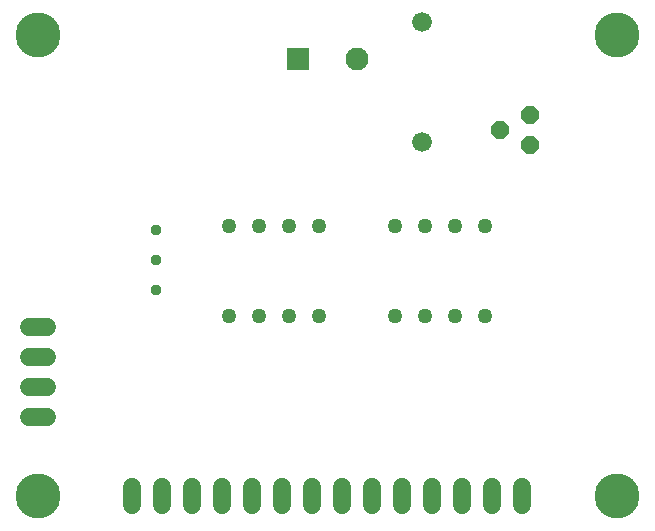
<source format=gbr>
G04 EAGLE Gerber RS-274X export*
G75*
%MOMM*%
%FSLAX34Y34*%
%LPD*%
%INSoldermask Bottom*%
%IPPOS*%
%AMOC8*
5,1,8,0,0,1.08239X$1,22.5*%
G01*
%ADD10C,1.676400*%
%ADD11P,1.623585X8X112.500000*%
%ADD12R,1.950000X1.950000*%
%ADD13C,1.950000*%
%ADD14C,0.959600*%
%ADD15C,3.810000*%
%ADD16C,1.524000*%
%ADD17C,1.270000*%


D10*
X355000Y329200D03*
X355000Y430800D03*
D11*
X446350Y327300D03*
X420950Y340000D03*
X446350Y352700D03*
D12*
X250000Y400000D03*
D13*
X300000Y400000D03*
D14*
X130000Y255400D03*
X130000Y230000D03*
X130000Y204600D03*
D15*
X30000Y420000D03*
X520000Y420000D03*
X30000Y30000D03*
X520000Y30000D03*
D16*
X37620Y173100D02*
X22380Y173100D01*
X22380Y147700D02*
X37620Y147700D01*
X37620Y122300D02*
X22380Y122300D01*
X22380Y96900D02*
X37620Y96900D01*
D17*
X191900Y181900D03*
X217300Y181900D03*
X217300Y258100D03*
X191900Y258100D03*
X242700Y181900D03*
X268100Y181900D03*
X242700Y258100D03*
X268100Y258100D03*
X331900Y181900D03*
X357300Y181900D03*
X357300Y258100D03*
X331900Y258100D03*
X382700Y181900D03*
X408100Y181900D03*
X382700Y258100D03*
X408100Y258100D03*
D16*
X109900Y37620D02*
X109900Y22380D01*
X135300Y22380D02*
X135300Y37620D01*
X160700Y37620D02*
X160700Y22380D01*
X186100Y22380D02*
X186100Y37620D01*
X211500Y37620D02*
X211500Y22380D01*
X236900Y22380D02*
X236900Y37620D01*
X262300Y37620D02*
X262300Y22380D01*
X287700Y22380D02*
X287700Y37620D01*
X313100Y37620D02*
X313100Y22380D01*
X338500Y22380D02*
X338500Y37620D01*
X363900Y37620D02*
X363900Y22380D01*
X389300Y22380D02*
X389300Y37620D01*
X414700Y37620D02*
X414700Y22380D01*
X440100Y22380D02*
X440100Y37620D01*
M02*

</source>
